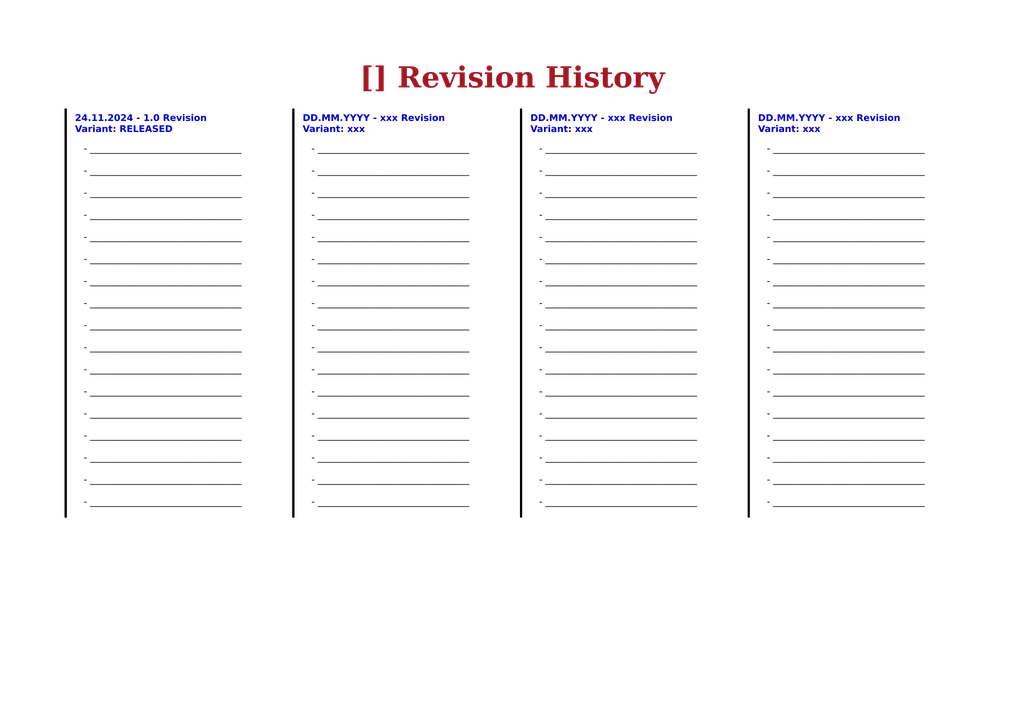
<source format=kicad_sch>
(kicad_sch
	(version 20231120)
	(generator "eeschema")
	(generator_version "8.0")
	(uuid "ea8c4f5e-7a49-4faf-a994-dbc85ed86b0a")
	(paper "A4")
	(title_block
		(title "Revision History")
		(date "2024-11-24")
		(rev "${REVISION}")
		(company "${COMPANY}")
	)
	(lib_symbols)
	(polyline
		(pts
			(xy 19.05 31.75) (xy 19.05 149.86)
		)
		(stroke
			(width 0.635)
			(type default)
			(color 0 0 0 1)
		)
		(uuid "4849fe72-6429-4f5b-a9e6-56656658a37b")
	)
	(polyline
		(pts
			(xy 85.09 31.75) (xy 85.09 149.86)
		)
		(stroke
			(width 0.635)
			(type default)
			(color 0 0 0 1)
		)
		(uuid "5f29c90a-4bd5-401c-a0f6-a99df09914f4")
	)
	(polyline
		(pts
			(xy 85.09 31.75) (xy 85.09 149.86)
		)
		(stroke
			(width 0.635)
			(type default)
			(color 0 0 0 1)
		)
		(uuid "74018a10-ab58-4dc2-b4e6-376117e1ffc0")
	)
	(polyline
		(pts
			(xy 151.13 31.75) (xy 151.13 149.86)
		)
		(stroke
			(width 0.635)
			(type default)
			(color 0 0 0 1)
		)
		(uuid "a6b610d4-f09b-4d6e-ac67-0bb3d0e09fbe")
	)
	(polyline
		(pts
			(xy 19.05 31.75) (xy 19.05 149.86)
		)
		(stroke
			(width 0.635)
			(type default)
			(color 0 0 0 1)
		)
		(uuid "b271ef24-6836-4d14-b8f8-8568bc734aca")
	)
	(polyline
		(pts
			(xy 217.17 31.75) (xy 217.17 149.86)
		)
		(stroke
			(width 0.635)
			(type default)
			(color 0 0 0 1)
		)
		(uuid "fe21cbb6-f53c-41a1-bc1c-520e82f71f78")
	)
	(text_box "- _________________________________\n\n- _________________________________\n\n- _________________________________\n\n- _________________________________\n\n- _________________________________\n\n- _________________________________\n\n- _________________________________\n\n- _________________________________\n\n- _________________________________\n\n- _________________________________\n\n- _________________________________\n\n- _________________________________\n\n- _________________________________\n\n- _________________________________\n\n- _________________________________\n\n- _________________________________\n\n- _________________________________"
		(exclude_from_sim no)
		(at 220.98 40.64 0)
		(size 58.42 115.57)
		(stroke
			(width -0.0001)
			(type default)
		)
		(fill
			(type none)
		)
		(effects
			(font
				(face "Arial")
				(size 1.905 1.905)
				(color 0 0 0 1)
			)
			(justify left top)
		)
		(uuid "0c062e2b-2be1-4307-b752-045c211787f4")
	)
	(text_box "DD.MM.YYYY - xxx Revision\nVariant: xxx"
		(exclude_from_sim no)
		(at 86.36 31.75 0)
		(size 57.15 7.62)
		(stroke
			(width -0.0001)
			(type default)
		)
		(fill
			(type none)
		)
		(effects
			(font
				(face "Arial")
				(size 1.905 1.905)
				(thickness 0.254)
				(bold yes)
			)
			(justify left top)
		)
		(uuid "14f2d7b6-dcd6-4c43-91a3-c7a76690654c")
	)
	(text_box "[${#}] ${TITLE}"
		(exclude_from_sim no)
		(at 80.01 16.51 0)
		(size 137.16 12.7)
		(stroke
			(width -0.0001)
			(type default)
		)
		(fill
			(type none)
		)
		(effects
			(font
				(face "Times New Roman")
				(size 6 6)
				(thickness 1.2)
				(bold yes)
				(color 162 22 34 1)
			)
		)
		(uuid "20a0a094-ac98-46df-bdac-21d5721f7697")
	)
	(text_box "DD.MM.YYYY - xxx Revision\nVariant: xxx"
		(exclude_from_sim no)
		(at 152.4 31.75 0)
		(size 57.15 7.62)
		(stroke
			(width -0.0001)
			(type default)
		)
		(fill
			(type none)
		)
		(effects
			(font
				(face "Arial")
				(size 1.905 1.905)
				(thickness 0.254)
				(bold yes)
			)
			(justify left top)
		)
		(uuid "61447e65-3862-4ca7-a61e-5d8506cb38bb")
	)
	(text_box "- _________________________________\n\n- _________________________________\n\n- _________________________________\n\n- _________________________________\n\n- _________________________________\n\n- _________________________________\n\n- _________________________________\n\n- _________________________________\n\n- _________________________________\n\n- _________________________________\n\n- _________________________________\n\n- _________________________________\n\n- _________________________________\n\n- _________________________________\n\n- _________________________________\n\n- _________________________________\n\n- _________________________________"
		(exclude_from_sim no)
		(at 22.86 40.64 0)
		(size 58.42 115.57)
		(stroke
			(width -0.0001)
			(type default)
		)
		(fill
			(type none)
		)
		(effects
			(font
				(face "Arial")
				(size 1.905 1.905)
				(color 0 0 0 1)
			)
			(justify left top)
		)
		(uuid "7cea8527-91c8-47c3-a860-064e128bcffe")
	)
	(text_box "- _________________________________\n\n- _________________________________\n\n- _________________________________\n\n- _________________________________\n\n- _________________________________\n\n- _________________________________\n\n- _________________________________\n\n- _________________________________\n\n- _________________________________\n\n- _________________________________\n\n- _________________________________\n\n- _________________________________\n\n- _________________________________\n\n- _________________________________\n\n- _________________________________\n\n- _________________________________\n\n- _________________________________"
		(exclude_from_sim no)
		(at 154.94 40.64 0)
		(size 58.42 115.57)
		(stroke
			(width -0.0001)
			(type default)
		)
		(fill
			(type none)
		)
		(effects
			(font
				(face "Arial")
				(size 1.905 1.905)
				(color 0 0 0 1)
			)
			(justify left top)
		)
		(uuid "8ad0acb7-8a2e-40a2-87c7-888a93359ccd")
	)
	(text_box "24.11.2024 - 1.0 Revision\nVariant: RELEASED"
		(exclude_from_sim no)
		(at 20.32 31.75 0)
		(size 57.15 7.62)
		(stroke
			(width -0.0001)
			(type default)
		)
		(fill
			(type none)
		)
		(effects
			(font
				(face "Arial")
				(size 1.905 1.905)
				(thickness 0.254)
				(bold yes)
			)
			(justify left top)
		)
		(uuid "922c5813-4880-4ddf-ba01-939f72022a9d")
	)
	(text_box "- _________________________________\n\n- _________________________________\n\n- _________________________________\n\n- _________________________________\n\n- _________________________________\n\n- _________________________________\n\n- _________________________________\n\n- _________________________________\n\n- _________________________________\n\n- _________________________________\n\n- _________________________________\n\n- _________________________________\n\n- _________________________________\n\n- _________________________________\n\n- _________________________________\n\n- _________________________________\n\n- _________________________________"
		(exclude_from_sim no)
		(at 88.9 40.64 0)
		(size 58.42 115.57)
		(stroke
			(width -0.0001)
			(type default)
		)
		(fill
			(type none)
		)
		(effects
			(font
				(face "Arial")
				(size 1.905 1.905)
				(color 0 0 0 1)
			)
			(justify left top)
		)
		(uuid "cd63b456-8f62-4290-9191-6ad427c40f65")
	)
	(text_box "DD.MM.YYYY - xxx Revision\nVariant: xxx"
		(exclude_from_sim no)
		(at 218.44 31.75 0)
		(size 57.15 7.62)
		(stroke
			(width -0.0001)
			(type default)
		)
		(fill
			(type none)
		)
		(effects
			(font
				(face "Arial")
				(size 1.905 1.905)
				(thickness 0.254)
				(bold yes)
			)
			(justify left top)
		)
		(uuid "f47af890-f55a-44bf-b54f-b7df3adde008")
	)
)

</source>
